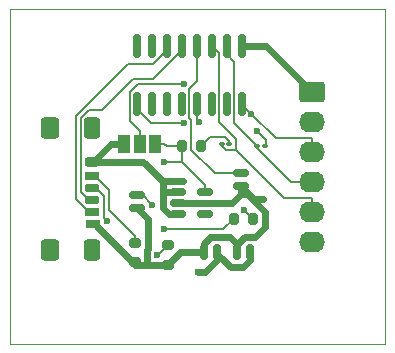
<source format=gbr>
%TF.GenerationSoftware,KiCad,Pcbnew,8.0.8*%
%TF.CreationDate,2025-06-30T12:02:42+05:30*%
%TF.ProjectId,Serial Basic CH340C,53657269-616c-4204-9261-736963204348,rev?*%
%TF.SameCoordinates,Original*%
%TF.FileFunction,Copper,L1,Top*%
%TF.FilePolarity,Positive*%
%FSLAX46Y46*%
G04 Gerber Fmt 4.6, Leading zero omitted, Abs format (unit mm)*
G04 Created by KiCad (PCBNEW 8.0.8) date 2025-06-30 12:02:42*
%MOMM*%
%LPD*%
G01*
G04 APERTURE LIST*
G04 Aperture macros list*
%AMRoundRect*
0 Rectangle with rounded corners*
0 $1 Rounding radius*
0 $2 $3 $4 $5 $6 $7 $8 $9 X,Y pos of 4 corners*
0 Add a 4 corners polygon primitive as box body*
4,1,4,$2,$3,$4,$5,$6,$7,$8,$9,$2,$3,0*
0 Add four circle primitives for the rounded corners*
1,1,$1+$1,$2,$3*
1,1,$1+$1,$4,$5*
1,1,$1+$1,$6,$7*
1,1,$1+$1,$8,$9*
0 Add four rect primitives between the rounded corners*
20,1,$1+$1,$2,$3,$4,$5,0*
20,1,$1+$1,$4,$5,$6,$7,0*
20,1,$1+$1,$6,$7,$8,$9,0*
20,1,$1+$1,$8,$9,$2,$3,0*%
G04 Aperture macros list end*
%TA.AperFunction,SMDPad,CuDef*%
%ADD10RoundRect,0.150000X-0.150000X0.825000X-0.150000X-0.825000X0.150000X-0.825000X0.150000X0.825000X0*%
%TD*%
%TA.AperFunction,SMDPad,CuDef*%
%ADD11RoundRect,0.165000X0.165000X0.475000X-0.165000X0.475000X-0.165000X-0.475000X0.165000X-0.475000X0*%
%TD*%
%TA.AperFunction,SMDPad,CuDef*%
%ADD12RoundRect,0.190000X0.410000X-0.190000X0.410000X0.190000X-0.410000X0.190000X-0.410000X-0.190000X0*%
%TD*%
%TA.AperFunction,SMDPad,CuDef*%
%ADD13RoundRect,0.200000X-0.400000X0.200000X-0.400000X-0.200000X0.400000X-0.200000X0.400000X0.200000X0*%
%TD*%
%TA.AperFunction,SMDPad,CuDef*%
%ADD14RoundRect,0.175000X0.425000X-0.175000X0.425000X0.175000X-0.425000X0.175000X-0.425000X-0.175000X0*%
%TD*%
%TA.AperFunction,SMDPad,CuDef*%
%ADD15RoundRect,0.190000X-0.410000X0.190000X-0.410000X-0.190000X0.410000X-0.190000X0.410000X0.190000X0*%
%TD*%
%TA.AperFunction,SMDPad,CuDef*%
%ADD16RoundRect,0.175000X-0.425000X0.175000X-0.425000X-0.175000X0.425000X-0.175000X0.425000X0.175000X0*%
%TD*%
%TA.AperFunction,SMDPad,CuDef*%
%ADD17RoundRect,0.250000X-0.425000X0.650000X-0.425000X-0.650000X0.425000X-0.650000X0.425000X0.650000X0*%
%TD*%
%TA.AperFunction,SMDPad,CuDef*%
%ADD18RoundRect,0.250000X-0.500000X0.650000X-0.500000X-0.650000X0.500000X-0.650000X0.500000X0.650000X0*%
%TD*%
%TA.AperFunction,SMDPad,CuDef*%
%ADD19RoundRect,0.200000X-0.275000X0.200000X-0.275000X-0.200000X0.275000X-0.200000X0.275000X0.200000X0*%
%TD*%
%TA.AperFunction,SMDPad,CuDef*%
%ADD20RoundRect,0.200000X-0.200000X-0.275000X0.200000X-0.275000X0.200000X0.275000X-0.200000X0.275000X0*%
%TD*%
%TA.AperFunction,SMDPad,CuDef*%
%ADD21RoundRect,0.100000X-0.130000X-0.100000X0.130000X-0.100000X0.130000X0.100000X-0.130000X0.100000X0*%
%TD*%
%TA.AperFunction,SMDPad,CuDef*%
%ADD22RoundRect,0.165000X-0.475000X0.165000X-0.475000X-0.165000X0.475000X-0.165000X0.475000X0.165000X0*%
%TD*%
%TA.AperFunction,SMDPad,CuDef*%
%ADD23RoundRect,0.150000X-0.512500X-0.150000X0.512500X-0.150000X0.512500X0.150000X-0.512500X0.150000X0*%
%TD*%
%TA.AperFunction,SMDPad,CuDef*%
%ADD24R,1.000000X1.500000*%
%TD*%
%TA.AperFunction,ComponentPad*%
%ADD25RoundRect,0.250000X-0.845000X0.620000X-0.845000X-0.620000X0.845000X-0.620000X0.845000X0.620000X0*%
%TD*%
%TA.AperFunction,ComponentPad*%
%ADD26O,2.190000X1.740000*%
%TD*%
%TA.AperFunction,ViaPad*%
%ADD27C,0.600000*%
%TD*%
%TA.AperFunction,Conductor*%
%ADD28C,0.200000*%
%TD*%
%TA.AperFunction,Conductor*%
%ADD29C,0.600000*%
%TD*%
%TA.AperFunction,Profile*%
%ADD30C,0.050000*%
%TD*%
G04 APERTURE END LIST*
D10*
%TO.P,U2,1,GND*%
%TO.N,GND*%
X123445000Y-50525000D03*
%TO.P,U2,2,TXD*%
%TO.N,TX0*%
X122175000Y-50525000D03*
%TO.P,U2,3,RXD*%
%TO.N,RXI*%
X120905000Y-50525000D03*
%TO.P,U2,4,V3*%
%TO.N,Net-(U2-V3)*%
X119635000Y-50525000D03*
%TO.P,U2,5,UD+*%
%TO.N,Net-(P2-CC)*%
X118365000Y-50525000D03*
%TO.P,U2,6,UD-*%
%TO.N,Net-(P2-VCONN)*%
X117095000Y-50525000D03*
%TO.P,U2,7,NC*%
%TO.N,unconnected-(U2-NC-Pad7)*%
X115825000Y-50525000D03*
%TO.P,U2,8,NC*%
%TO.N,unconnected-(U2-NC-Pad8)*%
X114555000Y-50525000D03*
%TO.P,U2,9,~{CTS}*%
%TO.N,~{CTS}*%
X114555000Y-55475000D03*
%TO.P,U2,10,~{DSR}*%
%TO.N,unconnected-(U2-~{DSR}-Pad10)*%
X115825000Y-55475000D03*
%TO.P,U2,11,~{RI}*%
%TO.N,unconnected-(U2-~{RI}-Pad11)*%
X117095000Y-55475000D03*
%TO.P,U2,12,~{DCD}*%
%TO.N,unconnected-(U2-~{DCD}-Pad12)*%
X118365000Y-55475000D03*
%TO.P,U2,13,~{DTR}*%
%TO.N,~{DTR}*%
X119635000Y-55475000D03*
%TO.P,U2,14,~{RTS}*%
%TO.N,unconnected-(U2-~{RTS}-Pad14)*%
X120905000Y-55475000D03*
%TO.P,U2,15,R232*%
%TO.N,unconnected-(U2-R232-Pad15)*%
X122175000Y-55475000D03*
%TO.P,U2,16,VCC*%
%TO.N,VCC*%
X123445000Y-55475000D03*
%TD*%
D11*
%TO.P,C1,1*%
%TO.N,+5V*%
X121340000Y-68000000D03*
%TO.P,C1,2*%
%TO.N,GND*%
X120260000Y-68000000D03*
%TD*%
D12*
%TO.P,P2,A1,GND*%
%TO.N,GND*%
X110820000Y-65610000D03*
D13*
%TO.P,P2,A4,VBUS*%
%TO.N,+5V*%
X110800000Y-60330000D03*
D14*
%TO.P,P2,A5,CC*%
%TO.N,Net-(P2-CC)*%
X110800000Y-63580000D03*
D15*
%TO.P,P2,A6,D+*%
%TO.N,Net-(P2-D+)*%
X110800000Y-61560000D03*
D16*
%TO.P,P2,A7,D-*%
%TO.N,Net-(P2-D-)*%
X110800000Y-62580000D03*
D12*
%TO.P,P2,B5,VCONN*%
%TO.N,Net-(P2-VCONN)*%
X110800000Y-64600000D03*
D17*
%TO.P,P2,S1,SHIELD*%
%TO.N,unconnected-(P2-SHIELD-PadS1)_1*%
X110807500Y-57525000D03*
D18*
%TO.N,unconnected-(P2-SHIELD-PadS1)*%
X107227500Y-57525000D03*
D17*
%TO.N,unconnected-(P2-SHIELD-PadS1)_2*%
X110807500Y-67775000D03*
D18*
%TO.N,unconnected-(P2-SHIELD-PadS1)_3*%
X107227500Y-67775000D03*
%TD*%
D19*
%TO.P,R2,1*%
%TO.N,Net-(P2-D-)*%
X117200000Y-67400000D03*
%TO.P,R2,2*%
%TO.N,GND*%
X117200000Y-69050000D03*
%TD*%
D20*
%TO.P,R3,1*%
%TO.N,+3.3V*%
X118375000Y-59000000D03*
%TO.P,R3,2*%
%TO.N,Net-(D1-A)*%
X120025000Y-59000000D03*
%TD*%
D21*
%TO.P,D2,1,K*%
%TO.N,TX0*%
X124760000Y-59000000D03*
%TO.P,D2,2,A*%
%TO.N,Net-(D2-A)*%
X125400000Y-59000000D03*
%TD*%
D22*
%TO.P,C2,1*%
%TO.N,Net-(U2-V3)*%
X123400000Y-61320000D03*
%TO.P,C2,2*%
%TO.N,GND*%
X123400000Y-62400000D03*
%TD*%
%TO.P,C4,1*%
%TO.N,+3.3V*%
X114600000Y-63200000D03*
%TO.P,C4,2*%
%TO.N,GND*%
X114600000Y-64280000D03*
%TD*%
D20*
%TO.P,R4,1*%
%TO.N,+3.3V*%
X122750000Y-65200000D03*
%TO.P,R4,2*%
%TO.N,Net-(D2-A)*%
X124400000Y-65200000D03*
%TD*%
D19*
%TO.P,R1,1*%
%TO.N,Net-(P2-D+)*%
X114400000Y-67200000D03*
%TO.P,R1,2*%
%TO.N,GND*%
X114400000Y-68850000D03*
%TD*%
D21*
%TO.P,D1,1,K*%
%TO.N,RXI*%
X121760000Y-58800000D03*
%TO.P,D1,2,A*%
%TO.N,Net-(D1-A)*%
X122400000Y-58800000D03*
%TD*%
D23*
%TO.P,U1,1,VIN*%
%TO.N,+5V*%
X118062500Y-62900000D03*
%TO.P,U1,2,GND*%
%TO.N,GND*%
X118062500Y-63850000D03*
%TO.P,U1,3,EN*%
%TO.N,+5V*%
X118062500Y-64800000D03*
%TO.P,U1,4,NC*%
%TO.N,unconnected-(U1-NC-Pad4)*%
X120337500Y-64800000D03*
%TO.P,U1,5,VOUT*%
%TO.N,+3.3V*%
X120337500Y-62900000D03*
%TD*%
D11*
%TO.P,C3,1*%
%TO.N,+5V*%
X124140000Y-68000000D03*
%TO.P,C3,2*%
%TO.N,GND*%
X123060000Y-68000000D03*
%TD*%
D24*
%TO.P,JP1,1,A*%
%TO.N,+5V*%
X113500000Y-58800000D03*
%TO.P,JP1,2,C*%
%TO.N,VCC*%
X114800000Y-58800000D03*
%TO.P,JP1,3,B*%
%TO.N,+3.3V*%
X116100000Y-58800000D03*
%TD*%
D25*
%TO.P,J1,1,Pin_1*%
%TO.N,GND*%
X129400000Y-54460000D03*
D26*
%TO.P,J1,2,Pin_2*%
%TO.N,~{CTS}*%
X129400000Y-57000000D03*
%TO.P,J1,3,Pin_3*%
%TO.N,VCC*%
X129400000Y-59540000D03*
%TO.P,J1,4,Pin_4*%
%TO.N,TX0*%
X129400000Y-62080000D03*
%TO.P,J1,5,Pin_5*%
%TO.N,RXI*%
X129400000Y-64620000D03*
%TO.P,J1,6,Pin_6*%
%TO.N,~{DTR}*%
X129400000Y-67160000D03*
%TD*%
D27*
%TO.N,+5V*%
X119704100Y-69671600D03*
X118480500Y-61983400D03*
%TO.N,GND*%
X125215100Y-63464600D03*
%TO.N,+3.3V*%
X115842300Y-63979700D03*
X116900400Y-60343700D03*
X116900400Y-66049900D03*
%TO.N,Net-(D2-A)*%
X124768100Y-57780400D03*
X123650900Y-64450900D03*
%TO.N,~{DTR}*%
X119861700Y-56954700D03*
%TO.N,VCC*%
X118572800Y-53759700D03*
X124267600Y-56331600D03*
%TO.N,~{CTS}*%
X118572800Y-57065200D03*
%TO.N,Net-(P2-D-)*%
X116309200Y-68218700D03*
X112041400Y-65365900D03*
%TD*%
D28*
%TO.N,TX0*%
X127640001Y-62080000D02*
X129400000Y-62080000D01*
X124760000Y-59199999D02*
X127640001Y-62080000D01*
X124760000Y-59000000D02*
X124760000Y-59199999D01*
X122175000Y-51229100D02*
X122175000Y-50525000D01*
X122810000Y-51864100D02*
X122175000Y-51229100D01*
X122810000Y-57050000D02*
X122810000Y-51864100D01*
X124760000Y-59000000D02*
X122810000Y-57050000D01*
%TO.N,Net-(D2-A)*%
X124768100Y-57780400D02*
X125480000Y-58492300D01*
X125480000Y-58492300D02*
X125480000Y-59000000D01*
D29*
%TO.N,+5V*%
X121340000Y-68118300D02*
X121340000Y-68000000D01*
X120375000Y-69671600D02*
X121634200Y-68412400D01*
X124140000Y-68000000D02*
X124140000Y-68660200D01*
X110834200Y-60330000D02*
X110800000Y-60330000D01*
X110868300Y-60330000D02*
X110834200Y-60330000D01*
X116770900Y-62900000D02*
X116770900Y-64284900D01*
X116770900Y-64284900D02*
X117286000Y-64800000D01*
X124140000Y-68660200D02*
X123517400Y-69282800D01*
X116770900Y-61983400D02*
X116770900Y-62900000D01*
X119704100Y-69671600D02*
X120375000Y-69671600D01*
X116770900Y-61983400D02*
X118480500Y-61983400D01*
X123517400Y-69282800D02*
X122504500Y-69282800D01*
X110834200Y-60330000D02*
X115117500Y-60330000D01*
X113500000Y-58800000D02*
X112398300Y-58800000D01*
X122504500Y-69282800D02*
X121634200Y-68412400D01*
X117286000Y-64800000D02*
X118062500Y-64800000D01*
X115117500Y-60330000D02*
X116770900Y-61983400D01*
X121634200Y-68412400D02*
X121340000Y-68118300D01*
X112398300Y-58800000D02*
X110868300Y-60330000D01*
X118062500Y-62900000D02*
X116770900Y-62900000D01*
%TO.N,GND*%
X115531100Y-65211100D02*
X114600000Y-64280000D01*
X123400000Y-63090200D02*
X122640200Y-63850000D01*
X114600000Y-69050000D02*
X114939500Y-69050000D01*
X124556200Y-66688700D02*
X125411700Y-65833200D01*
X110820000Y-65610000D02*
X111010300Y-65610000D01*
X118250000Y-68000000D02*
X117200000Y-69050000D01*
X120260000Y-68000000D02*
X118250000Y-68000000D01*
X125215100Y-63464600D02*
X124464600Y-63464600D01*
X124464600Y-63464600D02*
X123400000Y-62400000D01*
X120260000Y-68000000D02*
X120260000Y-67270900D01*
X125411700Y-65833200D02*
X125411700Y-64599100D01*
X123060000Y-67344300D02*
X123060000Y-68000000D01*
X122473400Y-66757700D02*
X123060000Y-67344300D01*
X111010300Y-65610000D02*
X114450300Y-69050000D01*
X115407500Y-69050000D02*
X115407500Y-67845200D01*
X123902800Y-63090200D02*
X123400000Y-63090200D01*
X114939500Y-69050000D02*
X115407500Y-69050000D01*
X123400000Y-63090200D02*
X123400000Y-62400000D01*
X125465000Y-50525000D02*
X123445000Y-50525000D01*
X122640200Y-63850000D02*
X118062500Y-63850000D01*
X120773200Y-66757700D02*
X122473400Y-66757700D01*
X115407500Y-67845200D02*
X115531100Y-67721600D01*
X129400000Y-54460000D02*
X125465000Y-50525000D01*
X123715600Y-66688700D02*
X124556200Y-66688700D01*
X117129600Y-69120400D02*
X117200000Y-69050000D01*
X114400000Y-68850000D02*
X114600000Y-69050000D01*
X125411700Y-64599100D02*
X123902800Y-63090200D01*
X114450300Y-69050000D02*
X114939500Y-69050000D01*
X115531100Y-67721600D02*
X115531100Y-65211100D01*
X120260000Y-67270900D02*
X120773200Y-66757700D01*
X115477900Y-69120400D02*
X117129600Y-69120400D01*
X115407500Y-69050000D02*
X115477900Y-69120400D01*
X123060000Y-67344300D02*
X123715600Y-66688700D01*
D28*
%TO.N,Net-(U2-V3)*%
X119635000Y-53548400D02*
X119635000Y-50525000D01*
X119174500Y-56816000D02*
X119000000Y-56641500D01*
X119000000Y-56641500D02*
X119000000Y-54183400D01*
X123400000Y-61320000D02*
X121140700Y-61320000D01*
X119174500Y-59353800D02*
X119174500Y-56816000D01*
X119000000Y-54183400D02*
X119635000Y-53548400D01*
X121140700Y-61320000D02*
X119174500Y-59353800D01*
%TO.N,+3.3V*%
X114600000Y-63200000D02*
X115062600Y-63200000D01*
X121900100Y-66049900D02*
X116900400Y-66049900D01*
X122750000Y-65200000D02*
X121900100Y-66049900D01*
X120337500Y-62306200D02*
X118375000Y-60343700D01*
X118375000Y-59000000D02*
X117101700Y-59000000D01*
X118375000Y-60343700D02*
X116900400Y-60343700D01*
X116100000Y-58800000D02*
X116901700Y-58800000D01*
X117101700Y-59000000D02*
X116901700Y-58800000D01*
X115062600Y-63200000D02*
X115842300Y-63979700D01*
X118375000Y-59000000D02*
X118375000Y-60343700D01*
X120337500Y-62900000D02*
X120337500Y-62306200D01*
%TO.N,RXI*%
X121760000Y-59019700D02*
X121760000Y-58800000D01*
X122938000Y-59341900D02*
X122082200Y-59341900D01*
X122938000Y-59341900D02*
X122938000Y-58410800D01*
X121540000Y-57012800D02*
X121540000Y-51160000D01*
X129400000Y-64620000D02*
X129400000Y-63448300D01*
X122082200Y-59341900D02*
X121760000Y-59019700D01*
X127044400Y-63448300D02*
X122938000Y-59341900D01*
X122938000Y-58410800D02*
X121540000Y-57012800D01*
X121540000Y-51160000D02*
X120905000Y-50525000D01*
X129400000Y-63448300D02*
X127044400Y-63448300D01*
%TO.N,Net-(D1-A)*%
X120738200Y-58286800D02*
X122065000Y-58286800D01*
X122400000Y-58621800D02*
X122400000Y-58800000D01*
X122065000Y-58286800D02*
X122400000Y-58621800D01*
X120025000Y-59000000D02*
X120738200Y-58286800D01*
%TO.N,Net-(D2-A)*%
X124400000Y-65200000D02*
X123650900Y-64450900D01*
%TO.N,~{DTR}*%
X119635000Y-56728000D02*
X119861700Y-56954700D01*
X119635000Y-55475000D02*
X119635000Y-56728000D01*
%TO.N,VCC*%
X129400000Y-58368300D02*
X126304300Y-58368300D01*
X126304300Y-58368300D02*
X124267600Y-56331600D01*
X114800000Y-57748300D02*
X113945500Y-56893800D01*
X113945500Y-56893800D02*
X113945500Y-54460300D01*
X113945500Y-54460300D02*
X114646100Y-53759700D01*
X124267600Y-56297600D02*
X123445000Y-55475000D01*
X114646100Y-53759700D02*
X118572800Y-53759700D01*
X124267600Y-56331600D02*
X124267600Y-56297600D01*
X129400000Y-59540000D02*
X129400000Y-58368300D01*
X114800000Y-58800000D02*
X114800000Y-57748300D01*
%TO.N,~{CTS}*%
X114555000Y-55864900D02*
X114555000Y-55475000D01*
X115755300Y-57065200D02*
X114555000Y-55864900D01*
X118572800Y-57065200D02*
X115755300Y-57065200D01*
%TO.N,Net-(P2-CC)*%
X114226500Y-53298600D02*
X111603000Y-55922100D01*
X110549100Y-55922100D02*
X109797400Y-56673800D01*
X118365000Y-50906300D02*
X115972700Y-53298600D01*
X115972700Y-53298600D02*
X114226500Y-53298600D01*
X110497000Y-63580000D02*
X110800000Y-63580000D01*
X118365000Y-50525000D02*
X118365000Y-50906300D01*
X109797400Y-62880400D02*
X110497000Y-63580000D01*
X109797400Y-56673800D02*
X109797400Y-62880400D01*
X111603000Y-55922100D02*
X110549100Y-55922100D01*
%TO.N,Net-(P2-VCONN)*%
X110489500Y-64600000D02*
X110800000Y-64600000D01*
X117095000Y-50906400D02*
X115951100Y-52050300D01*
X117095000Y-50525000D02*
X117095000Y-50906400D01*
X113852900Y-52050300D02*
X109395700Y-56507500D01*
X109395700Y-56507500D02*
X109395700Y-63506200D01*
X109395700Y-63506200D02*
X110489500Y-64600000D01*
X115951100Y-52050300D02*
X113852900Y-52050300D01*
%TO.N,Net-(P2-D+)*%
X112190500Y-62695200D02*
X111055300Y-61560000D01*
X114400000Y-67200000D02*
X114400000Y-66632000D01*
X114400000Y-66632000D02*
X112190500Y-64422500D01*
X111055300Y-61560000D02*
X110800000Y-61560000D01*
X112190500Y-64422500D02*
X112190500Y-62695200D01*
%TO.N,Net-(P2-D-)*%
X117200000Y-67400000D02*
X116381400Y-68218600D01*
X116309200Y-68218600D02*
X116309200Y-68218700D01*
X111098200Y-62580000D02*
X110800000Y-62580000D01*
X111745600Y-65070100D02*
X111745600Y-63227400D01*
X112041400Y-65365900D02*
X111745600Y-65070100D01*
X111745600Y-63227400D02*
X111098200Y-62580000D01*
X116381400Y-68218600D02*
X116309200Y-68218600D01*
%TD*%
D30*
X103800000Y-47400000D02*
X135600000Y-47400000D01*
X135600000Y-75800000D01*
X103800000Y-75800000D01*
X103800000Y-47400000D01*
M02*

</source>
